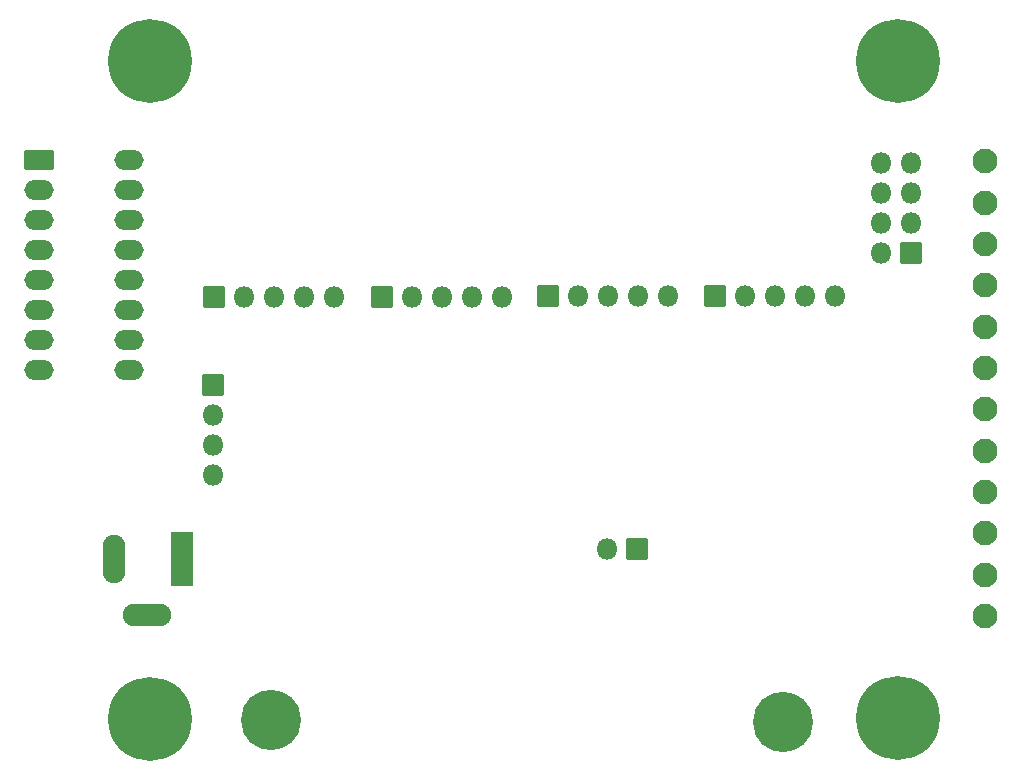
<source format=gbs>
%TF.GenerationSoftware,KiCad,Pcbnew,(6.0.10-0)*%
%TF.CreationDate,2023-01-26T22:23:52-06:00*%
%TF.ProjectId,spudglo_driver_v4p1,73707564-676c-46f5-9f64-72697665725f,rev?*%
%TF.SameCoordinates,Original*%
%TF.FileFunction,Soldermask,Bot*%
%TF.FilePolarity,Negative*%
%FSLAX46Y46*%
G04 Gerber Fmt 4.6, Leading zero omitted, Abs format (unit mm)*
G04 Created by KiCad (PCBNEW (6.0.10-0)) date 2023-01-26 22:23:52*
%MOMM*%
%LPD*%
G01*
G04 APERTURE LIST*
G04 Aperture macros list*
%AMRoundRect*
0 Rectangle with rounded corners*
0 $1 Rounding radius*
0 $2 $3 $4 $5 $6 $7 $8 $9 X,Y pos of 4 corners*
0 Add a 4 corners polygon primitive as box body*
4,1,4,$2,$3,$4,$5,$6,$7,$8,$9,$2,$3,0*
0 Add four circle primitives for the rounded corners*
1,1,$1+$1,$2,$3*
1,1,$1+$1,$4,$5*
1,1,$1+$1,$6,$7*
1,1,$1+$1,$8,$9*
0 Add four rect primitives between the rounded corners*
20,1,$1+$1,$2,$3,$4,$5,0*
20,1,$1+$1,$4,$5,$6,$7,0*
20,1,$1+$1,$6,$7,$8,$9,0*
20,1,$1+$1,$8,$9,$2,$3,0*%
G04 Aperture macros list end*
%ADD10RoundRect,0.050000X-1.200000X-0.800000X1.200000X-0.800000X1.200000X0.800000X-1.200000X0.800000X0*%
%ADD11O,2.500000X1.700000*%
%ADD12RoundRect,0.050000X0.850000X0.850000X-0.850000X0.850000X-0.850000X-0.850000X0.850000X-0.850000X0*%
%ADD13O,1.800000X1.800000*%
%ADD14RoundRect,0.050000X-0.850000X0.850000X-0.850000X-0.850000X0.850000X-0.850000X0.850000X0.850000X0*%
%ADD15RoundRect,0.050000X-0.850000X-0.850000X0.850000X-0.850000X0.850000X0.850000X-0.850000X0.850000X0*%
%ADD16RoundRect,0.050000X-0.900000X2.200000X-0.900000X-2.200000X0.900000X-2.200000X0.900000X2.200000X0*%
%ADD17O,1.900000X4.100000*%
%ADD18O,4.100000X1.900000*%
%ADD19RoundRect,0.050000X0.850000X-0.850000X0.850000X0.850000X-0.850000X0.850000X-0.850000X-0.850000X0*%
%ADD20C,7.100000*%
%ADD21C,5.100000*%
%ADD22C,2.100000*%
G04 APERTURE END LIST*
D10*
X123952000Y-83820000D03*
D11*
X123952000Y-86360000D03*
X123952000Y-88900000D03*
X123952000Y-91440000D03*
X123952000Y-93980000D03*
X123952000Y-96520000D03*
X123952000Y-99060000D03*
X123952000Y-101600000D03*
X131572000Y-101600000D03*
X131572000Y-99060000D03*
X131572000Y-96520000D03*
X131572000Y-93980000D03*
X131572000Y-91440000D03*
X131572000Y-88900000D03*
X131572000Y-86360000D03*
X131572000Y-83820000D03*
D12*
X197745400Y-91695400D03*
D13*
X195205400Y-91695400D03*
X197745400Y-89155400D03*
X195205400Y-89155400D03*
X197745400Y-86615400D03*
X195205400Y-86615400D03*
X197745400Y-84075400D03*
X195205400Y-84075400D03*
D14*
X174570000Y-116780000D03*
D13*
X172030000Y-116780000D03*
D15*
X138640000Y-102870000D03*
D13*
X138640000Y-105410000D03*
X138640000Y-107950000D03*
X138640000Y-110490000D03*
D16*
X136065000Y-117570000D03*
D17*
X130265000Y-117570000D03*
D18*
X133065000Y-122370000D03*
D19*
X181140706Y-95340182D03*
D13*
X183680706Y-95340182D03*
X186220706Y-95340182D03*
X188760706Y-95340182D03*
X191300706Y-95340182D03*
D20*
X196654640Y-75403240D03*
X196654640Y-131089440D03*
X133334140Y-75403240D03*
X133334140Y-131099440D03*
D19*
X138742448Y-95402303D03*
D13*
X141282448Y-95402303D03*
X143822448Y-95402303D03*
X146362448Y-95402303D03*
X148902448Y-95402303D03*
D19*
X153001137Y-95377384D03*
D13*
X155541137Y-95377384D03*
X158081137Y-95377384D03*
X160621137Y-95377384D03*
X163161137Y-95377384D03*
D19*
X166997713Y-95354302D03*
D13*
X169537713Y-95354302D03*
X172077713Y-95354302D03*
X174617713Y-95354302D03*
X177157713Y-95354302D03*
D21*
X143610000Y-131240000D03*
X186974000Y-131358000D03*
D22*
X204010000Y-122410000D03*
X204010000Y-118910000D03*
X204010000Y-115410000D03*
X204010000Y-111910000D03*
X204010000Y-108410000D03*
X204010000Y-104910000D03*
X204010000Y-101410000D03*
X204010000Y-97910000D03*
X204010000Y-94410000D03*
X204010000Y-90910000D03*
X204010000Y-87410000D03*
X204010000Y-83910000D03*
M02*

</source>
